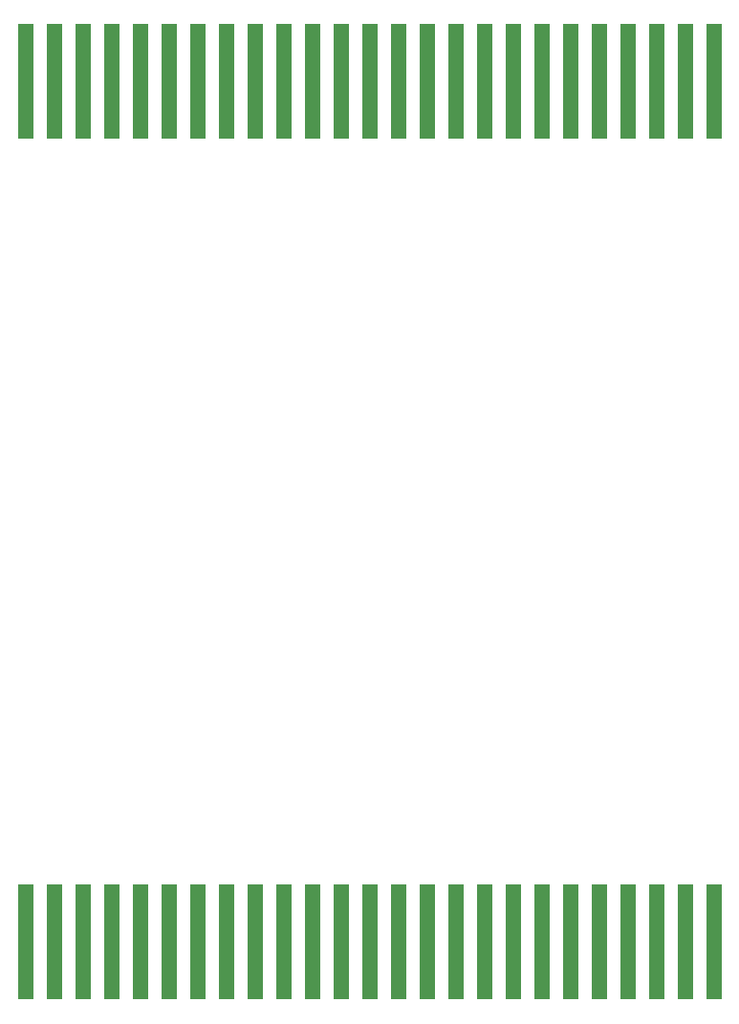
<source format=gtp>
G04 MADE WITH FRITZING*
G04 WWW.FRITZING.ORG*
G04 DOUBLE SIDED*
G04 HOLES PLATED*
G04 CONTOUR ON CENTER OF CONTOUR VECTOR*
%ASAXBY*%
%FSLAX23Y23*%
%MOIN*%
%OFA0B0*%
%SFA1.0B1.0*%
%ADD10R,0.055000X0.400000*%
%ADD11R,0.001000X0.001000*%
%LNPASTEMASK1*%
G90*
G70*
G54D10*
X82Y232D03*
X182Y232D03*
X282Y232D03*
X382Y232D03*
X482Y232D03*
X582Y232D03*
X682Y232D03*
X782Y232D03*
X882Y232D03*
X982Y232D03*
X1082Y232D03*
X1182Y232D03*
X1282Y232D03*
X1382Y232D03*
X1482Y232D03*
X1582Y232D03*
X1682Y232D03*
X1782Y232D03*
X1882Y232D03*
X1982Y232D03*
X2082Y232D03*
X2182Y232D03*
X2282Y232D03*
X2382Y232D03*
X2482Y232D03*
X82Y3232D03*
X182Y3232D03*
X282Y3232D03*
X382Y3232D03*
X482Y3232D03*
X582Y3232D03*
X682Y3232D03*
X782Y3232D03*
X882Y3232D03*
X982Y3232D03*
X1082Y3232D03*
X1182Y3232D03*
X1282Y3232D03*
X1382Y3232D03*
X1482Y3232D03*
X1582Y3232D03*
X1682Y3232D03*
X1782Y3232D03*
X1882Y3232D03*
X1982Y3232D03*
X2082Y3232D03*
X2182Y3232D03*
X2282Y3232D03*
X2382Y3232D03*
X2482Y3232D03*
G54D11*
D02*
G04 End of PasteMask1*
M02*
</source>
